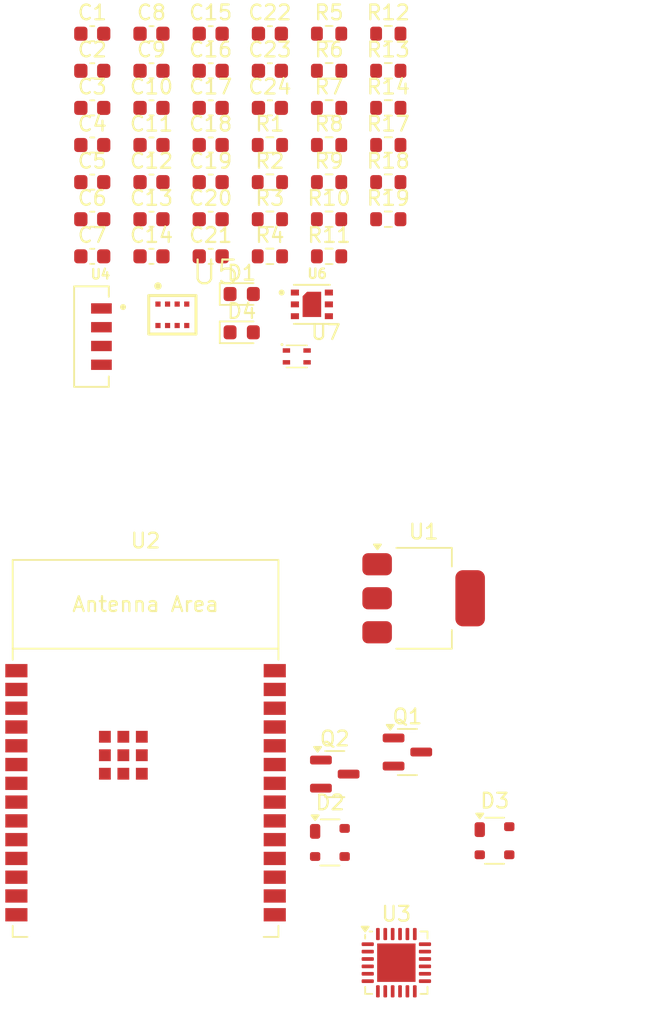
<source format=kicad_pcb>
(kicad_pcb (version 20241229) (generator "pcbnew") (generator_version "9.0")
  (layers (0 "F.Cu" signal) (2 "B.Cu" signal) (13 "F.Paste" user) (15 "B.Paste" user) (5 "F.SilkS" user "F.Silkscreen") (7 "B.SilkS" user "B.Silkscreen") (1 "F.Mask" user) (3 "B.Mask" user) (25 "Edge.Cuts" user))
  (net 0 "")
  (net 1 "GND")
  (net 2 "Net-(P1-D+)")
  (net 3 "+5V")
  (net 4 "Net-(P1-D-)")
  (net 5 "D+")
  (net 6 "D-")
  (net 7 "Net-(Q1-B)")
  (net 8 "EN")
  (net 9 "RTS")
  (net 10 "Net-(Q2-B)")
  (net 11 "DTR")
  (net 12 "IO9")
  (net 13 "+3V3")
  (net 15 "Net-(U2-GPIO15)")
  (net 19 "RX")
  (net 20 "Net-(U2-GPIO8)")
  (net 23 "Net-(U2-GPIO0{slash}ADC1_CH0{slash}XTAL_32K_P)")
  (net 28 "Net-(U2-GPIO21)")
  (net 32 "TX")
  (net 34 "Net-(U2-GPIO22)")
  (net 35 "Net-(U3-VPP)")
  (net 43 "Net-(U3-RXD)")
  (net 46 "Net-(U3-TXD)")
  (net 47 "Net-(U3-~{RST})")
  (net 50 "Net-(U4-VDD)")
  (net 51 "Net-(U6-VDD)")
  (net 52 "Net-(U9-NR)")
  (net 53 "+1V8")
  (net 54 "Net-(D1-A)")
  (net 55 "Net-(D4-A)")
  (net 56 "Sda")
  (net 57 "Scl")
  (net 58 "Net-(U8-INT)")
  (footprint "Resistor_SMD:R_0603_1608Metric" (layer "F.Cu") (at -22.815 2.34)
    (property "Reference" "R1" (at 0 -1.43 0) (layer "F.SilkS"))
    (property "Value" "10k")
    (fp_line (start -0.237258 -0.5225) (end 0.237258 -0.5225) (stroke (width 0.12)) (layer "F.SilkS"))
    (fp_line (start -0.237258 0.5225) (end 0.237258 0.5225) (stroke (width 0.12)) (layer "F.SilkS"))
    (pad "1" smd roundrect (at -0.825 0) (size 0.8 0.95) (layers "F.Cu" "F.Mask" "F.Paste") (net 13 "+3V3"))
    (pad "2" smd roundrect (at 0.825 0) (size 0.8 0.95) (layers "F.Cu" "F.Mask" "F.Paste") (net 23 "Net-(U2-GPIO0{slash}ADC1_CH0{slash}XTAL_32K_P)"))
  )
  (footprint "PCM_Espressif:ESP32-C6-WROOM-1" (layer "F.Cu") (at -31.235 46.1575)
    (property "Reference" "U2" (at 0 -17.05 0) (layer "F.SilkS"))
    (property "Value" "ESP32-C6-WROOM-1")
    (fp_line (start -9 -15.75) (end -9 -9) (stroke (width 0.12)) (layer "F.SilkS"))
    (fp_line (start -9 -15.75) (end 9 -15.75) (stroke (width 0.12)) (layer "F.SilkS"))
    (fp_line (start -9 9) (end -9 9.75) (stroke (width 0.12)) (layer "F.SilkS"))
    (fp_line (start -9 9.75) (end -8 9.75) (stroke (width 0.12)) (layer "F.SilkS"))
    (fp_line (start 9 -15.75) (end 9 -9) (stroke (width 0.12)) (layer "F.SilkS"))
    (fp_line (start 9 -9.75) (end -9 -9.75) (stroke (width 0.12)) (layer "F.SilkS"))
    (fp_line (start 9 9) (end 9 9.75) (stroke (width 0.12)) (layer "F.SilkS"))
    (fp_line (start 9 9.75) (end 8 9.75) (stroke (width 0.12)) (layer "F.SilkS"))
    (fp_text user "Antenna Area" (at 0 -12.75 0) (layer "F.SilkS"))
    (pad "1" smd rect (at -8.75 -8.26) (size 1.5 0.9) (layers "F.Cu" "F.Mask" "F.Paste") (net 1 "GND"))
    (pad "2" smd rect (at -8.75 -6.99) (size 1.5 0.9) (layers "F.Cu" "F.Mask" "F.Paste") (net 13 "+3V3"))
    (pad "3" smd rect (at -8.75 -5.72) (size 1.5 0.9) (layers "F.Cu" "F.Mask" "F.Paste") (net 8 "EN"))
    (pad "4" smd rect (at -8.75 -4.45) (size 1.5 0.9) (layers "F.Cu" "F.Mask" "F.Paste"))
    (pad "5" smd rect (at -8.75 -3.18) (size 1.5 0.9) (layers "F.Cu" "F.Mask" "F.Paste"))
    (pad "6" smd rect (at -8.75 -1.91) (size 1.5 0.9) (layers "F.Cu" "F.Mask" "F.Paste"))
    (pad "7" smd rect (at -8.75 -0.64) (size 1.5 0.9) (layers "F.Cu" "F.Mask" "F.Paste"))
    (pad "8" smd rect (at -8.75 0.63) (size 1.5 0.9) (layers "F.Cu" "F.Mask" "F.Paste") (net 23 "Net-(U2-GPIO0{slash}ADC1_CH0{slash}XTAL_32K_P)"))
    (pad "9" smd rect (at -8.75 1.9) (size 1.5 0.9) (layers "F.Cu" "F.Mask" "F.Paste"))
    (pad "10" smd rect (at -8.75 3.17) (size 1.5 0.9) (layers "F.Cu" "F.Mask" "F.Paste") (net 20 "Net-(U2-GPIO8)"))
    (pad "11" smd rect (at -8.75 4.44) (size 1.5 0.9) (layers "F.Cu" "F.Mask" "F.Paste"))
    (pad "12" smd rect (at -8.75 5.71) (size 1.5 0.9) (layers "F.Cu" "F.Mask" "F.Paste"))
    (pad "13" smd rect (at -8.75 6.98) (size 1.5 0.9) (layers "F.Cu" "F.Mask" "F.Paste") (net 6 "D-"))
    (pad "14" smd rect (at -8.75 8.25) (size 1.5 0.9) (layers "F.Cu" "F.Mask" "F.Paste") (net 5 "D+"))
    (pad "15" smd rect (at 8.75 8.25 180) (size 1.5 0.9) (layers "F.Cu" "F.Mask" "F.Paste") (net 12 "IO9"))
    (pad "16" smd rect (at 8.75 6.98 180) (size 1.5 0.9) (layers "F.Cu" "F.Mask" "F.Paste"))
    (pad "17" smd rect (at 8.75 5.71 180) (size 1.5 0.9) (layers "F.Cu" "F.Mask" "F.Paste"))
    (pad "18" smd rect (at 8.75 4.44 180) (size 1.5 0.9) (layers "F.Cu" "F.Mask" "F.Paste"))
    (pad "19" smd rect (at 8.75 3.17 180) (size 1.5 0.9) (layers "F.Cu" "F.Mask" "F.Paste") (net 28 "Net-(U2-GPIO21)"))
    (pad "20" smd rect (at 8.75 1.9 180) (size 1.5 0.9) (layers "F.Cu" "F.Mask" "F.Paste") (net 34 "Net-(U2-GPIO22)"))
    (pad "21" smd rect (at 8.75 0.63 180) (size 1.5 0.9) (layers "F.Cu" "F.Mask" "F.Paste"))
    (pad "22" smd rect (at 8.75 -0.64 180) (size 1.5 0.9) (layers "F.Cu" "F.Mask" "F.Paste"))
    (pad "23" smd rect (at 8.75 -1.91 180) (size 1.5 0.9) (layers "F.Cu" "F.Mask" "F.Paste") (net 15 "Net-(U2-GPIO15)"))
    (pad "24" smd rect (at 8.75 -3.18 180) (size 1.5 0.9) (layers "F.Cu" "F.Mask" "F.Paste") (net 32 "TX"))
    (pad "25" smd rect (at 8.75 -4.45 180) (size 1.5 0.9) (layers "F.Cu" "F.Mask" "F.Paste") (net 19 "RX"))
    (pad "26" smd rect (at 8.75 -5.72 180) (size 1.5 0.9) (layers "F.Cu" "F.Mask" "F.Paste"))
    (pad "27" smd rect (at 8.75 -6.99 180) (size 1.5 0.9) (layers "F.Cu" "F.Mask" "F.Paste"))
    (pad "28" smd rect (at 8.75 -8.26 180) (size 1.5 0.9) (layers "F.Cu" "F.Mask" "F.Paste") (net 1 "GND"))
    (pad "29" smd rect (at -2.755 -3.79 180) (size 0.8 0.8) (layers "F.Cu" "F.Mask" "F.Paste") (net 1 "GND"))
    (pad "29" smd rect (at -2.755 -2.54 180) (size 0.8 0.8) (layers "F.Cu" "F.Mask" "F.Paste") (net 1 "GND"))
    (pad "29" smd rect (at -2.755 -1.29 180) (size 0.8 0.8) (layers "F.Cu" "F.Mask" "F.Paste") (net 1 "GND"))
    (pad "29" smd rect (at -1.505 -3.79 180) (size 0.8 0.8) (layers "F.Cu" "F.Mask" "F.Paste") (net 1 "GND"))
    (pad "29" smd rect (at -1.505 -2.54 180) (size 0.8 0.8) (layers "F.Cu" "F.Mask" "F.Paste") (net 1 "GND"))
    (pad "29" smd rect (at -1.505 -1.29 180) (size 0.8 0.8) (layers "F.Cu" "F.Mask" "F.Paste") (net 1 "GND"))
    (pad "29" smd rect (at -0.255 -3.79 180) (size 0.8 0.8) (layers "F.Cu" "F.Mask" "F.Paste") (net 1 "GND"))
    (pad "29" smd rect (at -0.255 -2.54 180) (size 0.8 0.8) (layers "F.Cu" "F.Mask" "F.Paste") (net 1 "GND"))
    (pad "29" smd rect (at -0.255 -1.29 180) (size 0.8 0.8) (layers "F.Cu" "F.Mask" "F.Paste") (net 1 "GND"))
  )
  (footprint "Capacitor_SMD:C_0603_1608Metric" (layer "F.Cu") (at -30.835 9.87)
    (property "Reference" "C14" (at 0 -1.43 0) (layer "F.SilkS"))
    (property "Value" "1uF")
    (fp_line (start -0.14058 -0.51) (end 0.14058 -0.51) (stroke (width 0.12)) (layer "F.SilkS"))
    (fp_line (start -0.14058 0.51) (end 0.14058 0.51) (stroke (width 0.12)) (layer "F.SilkS"))
    (pad "1" smd roundrect (at -0.775 0) (size 0.9 0.95) (layers "F.Cu" "F.Mask" "F.Paste") (net 51 "Net-(U6-VDD)"))
    (pad "2" smd roundrect (at 0.775 0) (size 0.9 0.95) (layers "F.Cu" "F.Mask" "F.Paste") (net 1 "GND"))
  )
  (footprint "Resistor_SMD:R_0603_1608Metric" (layer "F.Cu") (at -22.815 9.87)
    (property "Reference" "R4" (at 0 -1.43 0) (layer "F.SilkS"))
    (property "Value" "4.7k")
    (fp_line (start -0.237258 -0.5225) (end 0.237258 -0.5225) (stroke (width 0.12)) (layer "F.SilkS"))
    (fp_line (start -0.237258 0.5225) (end 0.237258 0.5225) (stroke (width 0.12)) (layer "F.SilkS"))
    (pad "1" smd roundrect (at -0.825 0) (size 0.8 0.95) (layers "F.Cu" "F.Mask" "F.Paste") (net 56 "Sda"))
    (pad "2" smd roundrect (at 0.825 0) (size 0.8 0.95) (layers "F.Cu" "F.Mask" "F.Paste") (net 13 "+3V3"))
  )
  (footprint "Resistor_SMD:R_0603_1608Metric" (layer "F.Cu") (at -14.795 -2.68)
    (property "Reference" "R13" (at 0 -1.43 0) (layer "F.SilkS"))
    (property "Value" "4.7k")
    (fp_line (start -0.237258 -0.5225) (end 0.237258 -0.5225) (stroke (width 0.12)) (layer "F.SilkS"))
    (fp_line (start -0.237258 0.5225) (end 0.237258 0.5225) (stroke (width 0.12)) (layer "F.SilkS"))
    (pad "1" smd roundrect (at -0.825 0) (size 0.8 0.95) (layers "F.Cu" "F.Mask" "F.Paste") (net 55 "Net-(D4-A)"))
    (pad "2" smd roundrect (at 0.825 0) (size 0.8 0.95) (layers "F.Cu" "F.Mask" "F.Paste") (net 15 "Net-(U2-GPIO15)"))
  )
  (footprint "Resistor_SMD:R_0603_1608Metric" (layer "F.Cu") (at -14.795 2.34)
    (property "Reference" "R17" (at 0 -1.43 0) (layer "F.SilkS"))
    (property "Value" "0R")
    (fp_line (start -0.237258 -0.5225) (end 0.237258 -0.5225) (stroke (width 0.12)) (layer "F.SilkS"))
    (fp_line (start -0.237258 0.5225) (end 0.237258 0.5225) (stroke (width 0.12)) (layer "F.SilkS"))
    (pad "1" smd roundrect (at -0.825 0) (size 0.8 0.95) (layers "F.Cu" "F.Mask" "F.Paste") (net 34 "Net-(U2-GPIO22)"))
    (pad "2" smd roundrect (at 0.825 0) (size 0.8 0.95) (layers "F.Cu" "F.Mask" "F.Paste") (net 57 "Scl"))
  )
  (footprint "Resistor_SMD:R_0603_1608Metric" (layer "F.Cu") (at -18.805 -2.68)
    (property "Reference" "R6" (at 0 -1.43 0) (layer "F.SilkS"))
    (property "Value" "12k")
    (fp_line (start -0.237258 -0.5225) (end 0.237258 -0.5225) (stroke (width 0.12)) (layer "F.SilkS"))
    (fp_line (start -0.237258 0.5225) (end 0.237258 0.5225) (stroke (width 0.12)) (layer "F.SilkS"))
    (pad "1" smd roundrect (at -0.825 0) (size 0.8 0.95) (layers "F.Cu" "F.Mask" "F.Paste") (net 7 "Net-(Q1-B)"))
    (pad "2" smd roundrect (at 0.825 0) (size 0.8 0.95) (layers "F.Cu" "F.Mask" "F.Paste") (net 11 "DTR"))
  )
  (footprint "Resistor_SMD:R_0603_1608Metric" (layer "F.Cu") (at -22.815 7.36)
    (property "Reference" "R3" (at 0 -1.43 0) (layer "F.SilkS"))
    (property "Value" "4.7R")
    (fp_line (start -0.237258 -0.5225) (end 0.237258 -0.5225) (stroke (width 0.12)) (layer "F.SilkS"))
    (fp_line (start -0.237258 0.5225) (end 0.237258 0.5225) (stroke (width 0.12)) (layer "F.SilkS"))
    (pad "1" smd roundrect (at -0.825 0) (size 0.8 0.95) (layers "F.Cu" "F.Mask" "F.Paste") (net 51 "Net-(U6-VDD)"))
    (pad "2" smd roundrect (at 0.825 0) (size 0.8 0.95) (layers "F.Cu" "F.Mask" "F.Paste") (net 13 "+3V3"))
  )
  (footprint "Capacitor_SMD:C_0603_1608Metric" (layer "F.Cu") (at -34.845 9.87)
    (property "Reference" "C7" (at 0 -1.43 0) (layer "F.SilkS"))
    (property "Value" "100nF")
    (fp_line (start -0.14058 -0.51) (end 0.14058 -0.51) (stroke (width 0.12)) (layer "F.SilkS"))
    (fp_line (start -0.14058 0.51) (end 0.14058 0.51) (stroke (width 0.12)) (layer "F.SilkS"))
    (pad "1" smd roundrect (at -0.775 0) (size 0.9 0.95) (layers "F.Cu" "F.Mask" "F.Paste") (net 13 "+3V3"))
    (pad "2" smd roundrect (at 0.775 0) (size 0.9 0.95) (layers "F.Cu" "F.Mask" "F.Paste") (net 1 "GND"))
  )
  (footprint "Resistor_SMD:R_0603_1608Metric" (layer "F.Cu") (at -14.795 -5.19)
    (property "Reference" "R12" (at 0 -1.43 0) (layer "F.SilkS"))
    (property "Value" "100R")
    (fp_line (start -0.237258 -0.5225) (end 0.237258 -0.5225) (stroke (width 0.12)) (layer "F.SilkS"))
    (fp_line (start -0.237258 0.5225) (end 0.237258 0.5225) (stroke (width 0.12)) (layer "F.SilkS"))
    (pad "1" smd roundrect (at -0.825 0) (size 0.8 0.95) (layers "F.Cu" "F.Mask" "F.Paste") (net 43 "Net-(U3-RXD)"))
    (pad "2" smd roundrect (at 0.825 0) (size 0.8 0.95) (layers "F.Cu" "F.Mask" "F.Paste") (net 19 "RX"))
  )
  (footprint "Capacitor_SMD:C_0603_1608Metric" (layer "F.Cu") (at -26.825 -0.17)
    (property "Reference" "C17" (at 0 -1.43 0) (layer "F.SilkS"))
    (property "Value" "10nF")
    (fp_line (start -0.14058 -0.51) (end 0.14058 -0.51) (stroke (width 0.12)) (layer "F.SilkS"))
    (fp_line (start -0.14058 0.51) (end 0.14058 0.51) (stroke (width 0.12)) (layer "F.SilkS"))
    (pad "1" smd roundrect (at -0.775 0) (size 0.9 0.95) (layers "F.Cu" "F.Mask" "F.Paste") (net 51 "Net-(U6-VDD)"))
    (pad "2" smd roundrect (at 0.775 0) (size 0.9 0.95) (layers "F.Cu" "F.Mask" "F.Paste") (net 1 "GND"))
  )
  (footprint "Capacitor_SMD:C_0603_1608Metric" (layer "F.Cu") (at -26.825 9.87)
    (property "Reference" "C21" (at 0 -1.43 0) (layer "F.SilkS"))
    (property "Value" "0.01uF")
    (fp_line (start -0.14058 -0.51) (end 0.14058 -0.51) (stroke (width 0.12)) (layer "F.SilkS"))
    (fp_line (start -0.14058 0.51) (end 0.14058 0.51) (stroke (width 0.12)) (layer "F.SilkS"))
    (pad "1" smd roundrect (at -0.775 0) (size 0.9 0.95) (layers "F.Cu" "F.Mask" "F.Paste") (net 52 "Net-(U9-NR)"))
    (pad "2" smd roundrect (at 0.775 0) (size 0.9 0.95) (layers "F.Cu" "F.Mask" "F.Paste") (net 1 "GND"))
  )
  (footprint "Capacitor_SMD:C_0603_1608Metric" (layer "F.Cu") (at -30.835 -5.19)
    (property "Reference" "C8" (at 0 -1.43 0) (layer "F.SilkS"))
    (property "Value" "100nF")
    (fp_line (start -0.14058 -0.51) (end 0.14058 -0.51) (stroke (width 0.12)) (layer "F.SilkS"))
    (fp_line (start -0.14058 0.51) (end 0.14058 0.51) (stroke (width 0.12)) (layer "F.SilkS"))
    (pad "1" smd roundrect (at -0.775 0) (size 0.9 0.95) (layers "F.Cu" "F.Mask" "F.Paste") (net 3 "+5V"))
    (pad "2" smd roundrect (at 0.775 0) (size 0.9 0.95) (layers "F.Cu" "F.Mask" "F.Paste") (net 1 "GND"))
  )
  (footprint "Capacitor_SMD:C_0603_1608Metric" (layer "F.Cu") (at -30.835 4.85)
    (property "Reference" "C12" (at 0 -1.43 0) (layer "F.SilkS"))
    (property "Value" "C_Small")
    (fp_line (start -0.14058 -0.51) (end 0.14058 -0.51) (stroke (width 0.12)) (layer "F.SilkS"))
    (fp_line (start -0.14058 0.51) (end 0.14058 0.51) (stroke (width 0.12)) (layer "F.SilkS"))
    (pad "1" smd roundrect (at -0.775 0) (size 0.9 0.95) (layers "F.Cu" "F.Mask" "F.Paste") (net 50 "Net-(U4-VDD)"))
    (pad "2" smd roundrect (at 0.775 0) (size 0.9 0.95) (layers "F.Cu" "F.Mask" "F.Paste") (net 1 "GND"))
  )
  (footprint "Package_DFN_QFN:QFN-24-1EP_4x4mm_P0.5mm_EP2.6x2.6mm" (layer "F.Cu") (at -14.25 57.65)
    (property "Reference" "U3" (at 0 -3.3 0) (layer "F.SilkS"))
    (property "Value" "CP2104")
    (fp_line (start -2.11 -1.635) (end -2.11 -1.87) (stroke (width 0.12)) (layer "F.SilkS"))
    (fp_line (start -2.11 2.11) (end -2.11 1.635) (stroke (width 0.12)) (layer "F.SilkS"))
    (fp_line (start -1.635 -2.11) (end -1.81 -2.11) (stroke (width 0.12)) (layer "F.SilkS"))
    (fp_line (start -1.635 2.11) (end -2.11 2.11) (stroke (width 0.12)) (layer "F.SilkS"))
    (fp_line (start 1.635 -2.11) (end 2.11 -2.11) (stroke (width 0.12)) (layer "F.SilkS"))
    (fp_line (start 1.635 2.11) (end 2.11 2.11) (stroke (width 0.12)) (layer "F.SilkS"))
    (fp_line (start 2.11 -2.11) (end 2.11 -1.635) (stroke (width 0.12)) (layer "F.SilkS"))
    (fp_line (start 2.11 2.11) (end 2.11 1.635) (stroke (width 0.12)) (layer "F.SilkS"))
    (fp_poly (pts (xy -2.11 -2.11) (xy -2.35 -2.44) (xy -1.87 -2.44)) (stroke (width 0.12)) (fill yes) (layer "F.SilkS"))
    (pad "1" smd roundrect (at -1.9375 -1.25) (size 0.825 0.25) (layers "F.Cu" "F.Mask" "F.Paste"))
    (pad "2" smd roundrect (at -1.9375 -0.75) (size 0.825 0.25) (layers "F.Cu" "F.Mask" "F.Paste") (net 1 "GND"))
    (pad "3" smd roundrect (at -1.9375 -0.25) (size 0.825 0.25) (layers "F.Cu" "F.Mask" "F.Paste") (net 2 "Net-(P1-D+)"))
    (pad "4" smd roundrect (at -1.9375 0.25) (size 0.825 0.25) (layers "F.Cu" "F.Mask" "F.Paste") (net 4 "Net-(P1-D-)"))
    (pad "5" smd roundrect (at -1.9375 0.75) (size 0.825 0.25) (layers "F.Cu" "F.Mask" "F.Paste") (net 13 "+3V3"))
    (pad "6" smd roundrect (at -1.9375 1.25) (size 0.825 0.25) (layers "F.Cu" "F.Mask" "F.Paste") (net 13 "+3V3"))
    (pad "7" smd roundrect (at -1.25 1.9375) (size 0.25 0.825) (layers "F.Cu" "F.Mask" "F.Paste") (net 13 "+3V3"))
    (pad "8" smd roundrect (at -0.75 1.9375) (size 0.25 0.825) (layers "F.Cu" "F.Mask" "F.Paste") (net 3 "+5V"))
    (pad "9" smd roundrect (at -0.25 1.9375) (size 0.25 0.825) (layers "F.Cu" "F.Mask" "F.Paste") (net 47 "Net-(U3-~{RST})"))
    (pad "10" smd roundrect (at 0.25 1.9375) (size 0.25 0.825) (layers "F.Cu" "F.Mask" "F.Paste"))
    (pad "11" smd roundrect (at 0.75 1.9375) (size 0.25 0.825) (layers "F.Cu" "F.Mask" "F.Paste"))
    (pad "12" smd roundrect (at 1.25 1.9375) (size 0.25 0.825) (layers "F.Cu" "F.Mask" "F.Paste"))
    (pad "13" smd roundrect (at 1.9375 1.25) (size 0.825 0.25) (layers "F.Cu" "F.Mask" "F.Paste"))
    (pad "14" smd roundrect (at 1.9375 0.75) (size 0.825 0.25) (layers "F.Cu" "F.Mask" "F.Paste"))
    (pad "15" smd roundrect (at 1.9375 0.25) (size 0.825 0.25) (layers "F.Cu" "F.Mask" "F.Paste"))
    (pad "16" smd roundrect (at 1.9375 -0.25) (size 0.825 0.25) (layers "F.Cu" "F.Mask" "F.Paste") (net 35 "Net-(U3-VPP)"))
    (pad "17" smd roundrect (at 1.9375 -0.75) (size 0.825 0.25) (layers "F.Cu" "F.Mask" "F.Paste"))
    (pad "18" smd roundrect (at 1.9375 -1.25) (size 0.825 0.25) (layers "F.Cu" "F.Mask" "F.Paste"))
    (pad "19" smd roundrect (at 1.25 -1.9375) (size 0.25 0.825) (layers "F.Cu" "F.Mask" "F.Paste") (net 9 "RTS"))
    (pad "20" smd roundrect (at 0.75 -1.9375) (size 0.25 0.825) (layers "F.Cu" "F.Mask" "F.Paste") (net 43 "Net-(U3-RXD)"))
    (pad "21" smd roundrect (at 0.25 -1.9375) (size 0.25 0.825) (layers "F.Cu" "F.Mask" "F.Paste") (net 46 "Net-(U3-TXD)"))
    (pad "22" smd roundrect (at -0.25 -1.9375) (size 0.25 0.825) (layers "F.Cu" "F.Mask" "F.Paste"))
    (pad "23" smd roundrect (at -0.75 -1.9375) (size 0.25 0.825) (layers "F.Cu" "F.Mask" "F.Paste") (net 11 "DTR"))
    (pad "24" smd roundrect (at -1.25 -1.9375) (size 0.25 0.825) (layers "F.Cu" "F.Mask" "F.Paste"))
    (pad "25" smd rect (at 0 0) (size 2.6 2.6) (property pad_prop_heatsink) (layers "F.Cu" "F.Mask") (net 1 "GND"))
  )
  (footprint "Capacitor_SMD:C_0603_1608Metric" (layer "F.Cu") (at -34.845 2.34)
    (property "Reference" "C4" (at 0 -1.43 0) (layer "F.SilkS"))
    (property "Value" "10uF")
    (fp_line (start -0.14058 -0.51) (end 0.14058 -0.51) (stroke (width 0.12)) (layer "F.SilkS"))
    (fp_line (start -0.14058 0.51) (end 0.14058 0.51) (stroke (width 0.12)) (layer "F.SilkS"))
    (pad "1" smd roundrect (at -0.775 0) (size 0.9 0.95) (layers "F.Cu" "F.Mask" "F.Paste") (net 3 "+5V"))
    (pad "2" smd roundrect (at 0.775 0) (size 0.9 0.95) (layers "F.Cu" "F.Mask" "F.Paste") (net 1 "GND"))
  )
  (footprint "Resistor_SMD:R_0603_1608Metric" (layer "F.Cu") (at -14.795 -0.17)
    (property "Reference" "R14" (at 0 -1.43 0) (layer "F.SilkS"))
    (property "Value" "10k")
    (fp_line (start -0.237258 -0.5225) (end 0.237258 -0.5225) (stroke (width 0.12)) (layer "F.SilkS"))
    (fp_line (start -0.237258 0.5225) (end 0.237258 0.5225) (stroke (width 0.12)) (layer "F.SilkS"))
    (pad "1" smd roundrect (at -0.825 0) (size 0.8 0.95) (layers "F.Cu" "F.Mask" "F.Paste") (net 58 "Net-(U8-INT)"))
    (pad "2" smd roundrect (at 0.825 0) (size 0.8 0.95) (layers "F.Cu" "F.Mask" "F.Paste") (net 53 "+1V8"))
  )
  (footprint "Capacitor_SMD:C_0603_1608Metric" (layer "F.Cu") (at -22.815 -5.19)
    (property "Reference" "C22" (at 0 -1.43 0) (layer "F.SilkS"))
    (property "Value" "10uF")
    (fp_line (start -0.14058 -0.51) (end 0.14058 -0.51) (stroke (width 0.12)) (layer "F.SilkS"))
    (fp_line (start -0.14058 0.51) (end 0.14058 0.51) (stroke (width 0.12)) (layer "F.SilkS"))
    (pad "1" smd roundrect (at -0.775 0) (size 0.9 0.95) (layers "F.Cu" "F.Mask" "F.Paste") (net 53 "+1V8"))
    (pad "2" smd roundrect (at 0.775 0) (size 0.9 0.95) (layers "F.Cu" "F.Mask" "F.Paste") (net 1 "GND"))
  )
  (footprint "Capacitor_SMD:C_0603_1608Metric" (layer "F.Cu") (at -34.845 -5.19)
    (property "Reference" "C1" (at 0 -1.43 0) (layer "F.SilkS"))
    (property "Value" "10uF")
    (fp_line (start -0.14058 -0.51) (end 0.14058 -0.51) (stroke (width 0.12)) (layer "F.SilkS"))
    (fp_line (start -0.14058 0.51) (end 0.14058 0.51) (stroke (width 0.12)) (layer "F.SilkS"))
    (pad "1" smd roundrect (at -0.775 0) (size 0.9 0.95) (layers "F.Cu" "F.Mask" "F.Paste") (net 13 "+3V3"))
    (pad "2" smd roundrect (at 0.775 0) (size 0.9 0.95) (layers "F.Cu" "F.Mask" "F.Paste") (net 1 "GND"))
  )
  (footprint "Resistor_SMD:R_0603_1608Metric" (layer "F.Cu") (at -14.795 7.36)
    (property "Reference" "R19" (at 0 -1.43 0) (layer "F.SilkS"))
    (property "Value" "12k")
    (fp_line (start -0.237258 -0.5225) (end 0.237258 -0.5225) (stroke (width 0.12)) (layer "F.SilkS"))
    (fp_line (start -0.237258 0.5225) (end 0.237258 0.5225) (stroke (width 0.12)) (layer "F.SilkS"))
    (pad "1" smd roundrect (at -0.825 0) (size 0.8 0.95) (layers "F.Cu" "F.Mask" "F.Paste") (net 9 "RTS"))
    (pad "2" smd roundrect (at 0.825 0) (size 0.8 0.95) (layers "F.Cu" "F.Mask" "F.Paste") (net 10 "Net-(Q2-B)"))
  )
  (footprint "Capacitor_SMD:C_0603_1608Metric" (layer "F.Cu") (at -26.825 7.36)
    (property "Reference" "C20" (at 0 -1.43 0) (layer "F.SilkS"))
    (property "Value" "0.1uF")
    (fp_line (start -0.14058 -0.51) (end 0.14058 -0.51) (stroke (width 0.12)) (layer "F.SilkS"))
    (fp_line (start -0.14058 0.51) (end 0.14058 0.51) (stroke (width 0.12)) (layer "F.SilkS"))
    (pad "1" smd roundrect (at -0.775 0) (size 0.9 0.95) (layers "F.Cu" "F.Mask" "F.Paste") (net 3 "+5V"))
    (pad "2" smd roundrect (at 0.775 0) (size 0.9 0.95) (layers "F.Cu" "F.Mask" "F.Paste") (net 1 "GND"))
  )
  (footprint "Resistor_SMD:R_0603_1608Metric" (layer "F.Cu") (at -22.815 4.85)
    (property "Reference" "R2" (at 0 -1.43 0) (layer "F.SilkS"))
    (property "Value" "10k")
    (fp_line (start -0.237258 -0.5225) (end 0.237258 -0.5225) (stroke (width 0.12)) (layer "F.SilkS"))
    (fp_line (start -0.237258 0.5225) (end 0.237258 0.5225) (stroke (width 0.12)) (layer "F.SilkS"))
    (pad "1" smd roundrect (at -0.825 0) (size 0.8 0.95) (layers "F.Cu" "F.Mask" "F.Paste") (net 13 "+3V3"))
    (pad "2" smd roundrect (at 0.825 0) (size 0.8 0.95) (layers "F.Cu" "F.Mask" "F.Paste") (net 20 "Net-(U2-GPIO8)"))
  )
  (footprint "Biblioteca_Kicad:XDCR_VEML7700-TR" (layer "F.Cu") (at -34.9 15.3)
    (property "Reference" "U4" (at 0.607 -4.2164 0) (layer "F.SilkS") (effects (font (size 0.64 0.64))))
    (property "Value" "VEML7700-TR")
    (fp_line (start -1.175 -3.4) (end -1.175 3.4) (stroke (width 0.127)) (layer "F.SilkS"))
    (fp_line (start -1.175 3.4) (end 1.175 3.4) (stroke (width 0.127)) (layer "F.SilkS"))
    (fp_line (start 1.175 -3.4) (end -1.175 -3.4) (stroke (width 0.127)) (layer "F.SilkS"))
    (fp_line (start 1.175 -3.4) (end 1.175 -2.7) (stroke (width 0.127)) (layer "F.SilkS"))
    (fp_line (start 1.175 3.4) (end 1.175 2.7) (stroke (width 0.127)) (layer "F.SilkS"))
    (fp_circle (center 2.13948 -1.99811) (end 2.23948 -1.99811) (stroke (width 0.2)) (fill no) (layer "F.SilkS"))
    (pad "1" smd rect (at 0.675 -1.905) (size 1.4 0.7) (layers "F.Cu" "F.Mask" "F.Paste") (net 57 "Scl"))
    (pad "2" smd rect (at 0.675 -0.635) (size 1.4 0.7) (layers "F.Cu" "F.Mask" "F.Paste") (net 50 "Net-(U4-VDD)"))
    (pad "3" smd rect (at 0.675 0.635) (size 1.4 0.7) (layers "F.Cu" "F.Mask" "F.Paste") (net 1 "GND"))
    (pad "4" smd rect (at 0.675 1.905) (size 1.4 0.7) (layers "F.Cu" "F.Mask" "F.Paste") (net 56 "Sda"))
  )
  (footprint "Capacitor_SMD:C_0603_1608Metric" (layer "F.Cu") (at -34.845 -0.17)
    (property "Reference" "C3" (at 0 -1.43 0) (layer "F.SilkS"))
    (property "Value" "1uF")
    (fp_line (start -0.14058 -0.51) (end 0.14058 -0.51) (stroke (width 0.12)) (layer "F.SilkS"))
    (fp_line (start -0.14058 0.51) (end 0.14058 0.51) (stroke (width 0.12)) (layer "F.SilkS"))
    (pad "1" smd roundrect (at -0.775 0) (size 0.9 0.95) (layers "F.Cu" "F.Mask" "F.Paste") (net 8 "EN"))
    (pad "2" smd roundrect (at 0.775 0) (size 0.9 0.95) (layers "F.Cu" "F.Mask" "F.Paste") (net 1 "GND"))
  )
  (footprint "Capacitor_SMD:C_0603_1608Metric" (layer "F.Cu") (at -30.835 -2.68)
    (property "Reference" "C9" (at 0 -1.43 0) (layer "F.SilkS"))
    (property "Value" "10uF")
    (fp_line (start -0.14058 -0.51) (end 0.14058 -0.51) (stroke (width 0.12)) (layer "F.SilkS"))
    (fp_line (start -0.14058 0.51) (end 0.14058 0.51) (stroke (width 0.12)) (layer "F.SilkS"))
    (pad "1" smd roundrect (at -0.775 0) (size 0.9 0.95) (layers "F.Cu" "F.Mask" "F.Paste") (net 3 "+5V"))
    (pad "2" smd roundrect (at 0.775 0) (size 0.9 0.95) (layers "F.Cu" "F.Mask" "F.Paste") (net 1 "GND"))
  )
  (footprint "Resistor_SMD:R_0603_1608Metric" (layer "F.Cu") (at -18.805 4.85)
    (property "Reference" "R9" (at 0 -1.43 0) (layer "F.SilkS"))
    (property "Value" "10R")
    (fp_line (start -0.237258 -0.5225) (end 0.237258 -0.5225) (stroke (width 0.12)) (layer "F.SilkS"))
    (fp_line (start -0.237258 0.5225) (end 0.237258 0.5225) (stroke (width 0.12)) (layer "F.SilkS"))
    (pad "1" smd roundrect (at -0.825 0) (size 0.8 0.95) (layers "F.Cu" "F.Mask" "F.Paste") (net 50 "Net-(U4-VDD)"))
    (pad "2" smd roundrect (at 0.825 0) (size 0.8 0.95) (layers "F.Cu" "F.Mask" "F.Paste") (net 13 "+3V3"))
  )
  (footprint "Resistor_SMD:R_0603_1608Metric" (layer "F.Cu") (at -18.805 -5.19)
    (property "Reference" "R5" (at 0 -1.43 0) (layer "F.SilkS"))
    (property "Value" "4.7k")
    (fp_line (start -0.237258 -0.5225) (end 0.237258 -0.5225) (stroke (width 0.12)) (layer "F.SilkS"))
    (fp_line (start -0.237258 0.5225) (end 0.237258 0.5225) (stroke (width 0.12)) (layer "F.SilkS"))
    (pad "1" smd roundrect (at -0.825 0) (size 0.8 0.95) (layers "F.Cu" "F.Mask" "F.Paste") (net 57 "Scl"))
    (pad "2" smd roundrect (at 0.825 0) (size 0.8 0.95) (layers "F.Cu" "F.Mask" "F.Paste") (net 13 "+3V3"))
  )
  (footprint "Capacitor_SMD:C_0603_1608Metric" (layer "F.Cu") (at -22.815 -0.17)
    (property "Reference" "C24" (at 0 -1.43 0) (layer "F.SilkS"))
    (property "Value" "4.7uF")
    (fp_line (start -0.14058 -0.51) (end 0.14058 -0.51) (stroke (width 0.12)) (layer "F.SilkS"))
    (fp_line (start -0.14058 0.51) (end 0.14058 0.51) (stroke (width 0.12)) (layer "F.SilkS"))
    (pad "1" smd roundrect (at -0.775 0) (size 0.9 0.95) (layers "F.Cu" "F.Mask" "F.Paste") (net 53 "+1V8"))
    (pad "2" smd roundrect (at 0.775 0) (size 0.9 0.95) (layers "F.Cu" "F.Mask" "F.Paste") (net 1 "GND"))
  )
  (footprint "Capacitor_SMD:C_0603_1608Metric" (layer "F.Cu") (at -26.825 -2.68)
    (property "Reference" "C16" (at 0 -1.43 0) (layer "F.SilkS"))
    (property "Value" "100nF")
    (fp_line (start -0.14058 -0.51) (end 0.14058 -0.51) (stroke (width 0.12)) (layer "F.SilkS"))
    (fp_line (start -0.14058 0.51) (end 0.14058 0.51) (stroke (width 0.12)) (layer "F.SilkS"))
    (pad "1" smd roundrect (at -0.775 0) (size 0.9 0.95) (layers "F.Cu" "F.Mask" "F.Paste") (net 13 "+3V3"))
    (pad "2" smd roundrect (at 0.775 0) (size 0.9 0.95) (layers "F.Cu" "F.Mask" "F.Paste") (net 1 "GND"))
  )
  (footprint "Biblioteca_Kicad:LGA8S145X65P2X4_200X250X110-V" (layer "F.Cu") (at -29.42 13.825)
    (property "Reference" "U5" (at 2.93 -2.87001 0) (layer "F.SilkS") (effects (font (size 1.6 1.6))))
    (property "Value" "DPS368")
    (fp_line (start -1.6 -1.3) (end 1.6 -1.3) (stroke (width 0.2)) (layer "F.SilkS"))
    (fp_line (start -1.6 1.3) (end -1.6 -1.3) (stroke (width 0.2)) (layer "F.SilkS"))
    (fp_line (start -1.6 1.3) (end 1.6 1.3) (stroke (width 0.2)) (layer "F.SilkS"))
    (fp_line (start 1.6 1.3) (end 1.6 -1.3) (stroke (width 0.2)) (layer "F.SilkS"))
    (fp_circle (center -0.975 -1.95) (end -0.85 -1.95) (stroke (width 0.25)) (fill no) (layer "F.SilkS"))
    (pad "1" smd rect (at -0.975 -0.725) (size 0.35 0.35) (layers "F.Cu" "F.Mask") (net 1 "GND"))
    (pad "2" smd rect (at -0.325 -0.725) (size 0.35 0.35) (layers "F.Cu" "F.Mask"))
    (pad "3" smd rect (at 0.325 -0.725) (size 0.35 0.35) (layers "F.Cu" "F.Mask") (net 56 "Sda"))
    (pad "4" smd rect (at 0.975 -0.725) (size 0.35 0.35) (layers "F.Cu" "F.Mask") (net 57 "Scl"))
    (pad "5" smd rect (at 0.975 0.725) (size 0.35 0.35) (layers "F.Cu" "F.Mask"))
    (pad "6" smd rect (at 0.325 0.725) (size 0.35 0.35) (layers "F.Cu" "F.Mask") (net 13 "+3V3"))
    (pad "7" smd rect (at -0.325 0.725) (size 0.35 0.35) (layers "F.Cu" "F.Mask") (net 1 "GND"))
    (pad "8" smd rect (at -0.975 0.725) (size 0.35 0.35) (layers "F.Cu" "F.Mask") (net 13 "+3V3"))
  )
  (footprint "Capacitor_SMD:C_0603_1608Metric" (layer "F.Cu") (at -26.825 2.34)
    (property "Reference" "C18" (at 0 -1.43 0) (layer "F.SilkS"))
    (property "Value" "100nF")
    (fp_line (start -0.14058 -0.51) (end 0.14058 -0.51) (stroke (width 0.12)) (layer "F.SilkS"))
    (fp_line (start -0.14058 0.51) (end 0.14058 0.51) (stroke (width 0.12)) (layer "F.SilkS"))
    (pad "1" smd roundrect (at -0.775 0) (size 0.9 0.95) (layers "F.Cu" "F.Mask" "F.Paste") (net 13 "+3V3"))
    (pad "2" smd roundrect (at 0.775 0) (size 0.9 0.95) (layers "F.Cu" "F.Mask" "F.Paste") (net 1 "GND"))
  )
  (footprint "Capacitor_SMD:C_0603_1608Metric" (layer "F.Cu") (at -30.835 2.34)
    (property "Reference" "C11" (at 0 -1.43 0) (layer "F.SilkS"))
    (property "Value" "100nF")
    (fp_line (start -0.14058 -0.51) (end 0.14058 -0.51) (stroke (width 0.12)) (layer "F.SilkS"))
    (fp_line (start -0.14058 0.51) (end 0.14058 0.51) (stroke (width 0.12)) (layer "F.SilkS"))
    (pad "1" smd roundrect (at -0.775 0) (size 0.9 0.95) (layers "F.Cu" "F.Mask" "F.Paste") (net 13 "+3V3"))
    (pad "2" smd roundrect (at 0.775 0) (size 0.9 0.95) (layers "F.Cu" "F.Mask" "F.Paste") (net 1 "GND"))
  )
  (footprint "Capacitor_SMD:C_0603_1608Metric" (layer "F.Cu") (at -26.825 4.85)
    (property "Reference" "C19" (at 0 -1.43 0) (layer "F.SilkS"))
    (property "Value" "100nF")
    (fp_line (start -0.14058 -0.51) (end 0.14058 -0.51) (stroke (width 0.12)) (layer "F.SilkS"))
    (fp_line (start -0.14058 0.51) (end 0.14058 0.51) (stroke (width 0.12)) (layer "F.SilkS"))
    (pad "1" smd roundrect (at -0.775 0) (size 0.9 0.95) (layers "F.Cu" "F.Mask" "F.Paste") (net 13 "+3V3"))
    (pad "2" smd roundrect (at 0.775 0) (size 0.9 0.95) (layers "F.Cu" "F.Mask" "F.Paste") (net 1 "GND"))
  )
  (footprint "LED_SMD:LED_0603_1608Metric" (layer "F.Cu") (at -24.725 12.42)
    (property "Reference" "D1" (at 0 -1.43 0) (layer "F.SilkS"))
    (property "Value" "LED")
    (fp_line (start -1.485 -0.735) (end -1.485 0.735) (stroke (width 0.12)) (layer "F.SilkS"))
    (fp_line (start -1.485 0.735) (end 0.8 0.735) (stroke (width 0.12)) (layer "F.SilkS"))
    (fp_line (start 0.8 -0.735) (end -1.485 -0.735) (stroke (width 0.12)) (layer "F.SilkS"))
    (pad "1" smd roundrect (at -0.7875 0) (size 0.875 0.95) (layers "F.Cu" "F.Mask" "F.Paste") (net 1 "GND"))
    (pad "2" smd roundrect (at 0.7875 0) (size 0.875 0.95) (layers "F.Cu" "F.Mask" "F.Paste") (net 54 "Net-(D1-A)"))
  )
  (footprint "Resistor_SMD:R_0603_1608Metric" (layer "F.Cu") (at -18.805 9.87)
    (property "Reference" "R11" (at 0 -1.43 0) (layer "F.SilkS"))
    (property "Value" "100R")
    (fp_line (start -0.237258 -0.5225) (end 0.237258 -0.5225) (stroke (width 0.12)) (layer "F.SilkS"))
    (fp_line (start -0.237258 0.5225) (end 0.237258 0.5225) (stroke (width 0.12)) (layer "F.SilkS"))
    (pad "1" smd roundrect (at -0.825 0) (size 0.8 0.95) (layers "F.Cu" "F.Mask" "F.Paste") (net 46 "Net-(U3-TXD)"))
    (pad "2" smd roundrect (at 0.825 0) (size 0.8 0.95) (layers "F.Cu" "F.Mask" "F.Paste") (net 32 "TX"))
  )
  (footprint "Capacitor_SMD:C_0603_1608Metric" (layer "F.Cu") (at -22.815 -2.68)
    (property "Reference" "C23" (at 0 -1.43 0) (layer "F.SilkS"))
    (property "Value" "100nF")
    (fp_line (start -0.14058 -0.51) (end 0.14058 -0.51) (stroke (width 0.12)) (layer "F.SilkS"))
    (fp_line (start -0.14058 0.51) (end 0.14058 0.51) (stroke (width 0.12)) (layer "F.SilkS"))
    (pad "1" smd roundrect (at -0.775 0) (size 0.9 0.95) (layers "F.Cu" "F.Mask" "F.Paste") (net 53 "+1V8"))
    (pad "2" smd roundrect (at 0.775 0) (size 0.9 0.95) (layers "F.Cu" "F.Mask" "F.Paste") (net 1 "GND"))
  )
  (footprint "Package_TO_SOT_SMD:SOT-143" (layer "F.Cu") (at -18.75 49.5175)
    (property "Reference" "D2" (at 0.02 -2.7 0) (layer "F.SilkS"))
    (property "Value" "SP0503BAHT")
    (fp_line (start -0.65 1.56) (end 0.65 1.56) (stroke (width 0.12)) (layer "F.SilkS"))
    (fp_line (start 0.65 -1.56) (end -0.62 -1.56) (stroke (width 0.12)) (layer "F.SilkS"))
    (fp_poly (pts (xy -1 -1.51) (xy -1.24 -1.84) (xy -0.76 -1.84) (xy -1 -1.51)) (stroke (width 0.12)) (fill yes) (layer "F.SilkS"))
    (pad "1" smd roundrect (at -1 -0.75) (size 0.7 1) (layers "F.Cu" "F.Mask" "F.Paste") (net 1 "GND"))
    (pad "2" smd roundrect (at -1 0.95) (size 0.7 0.6) (layers "F.Cu" "F.Mask" "F.Paste") (net 2 "Net-(P1-D+)"))
    (pad "3" smd roundrect (at 1 0.95) (size 0.7 0.6) (layers "F.Cu" "F.Mask" "F.Paste") (net 4 "Net-(P1-D-)"))
    (pad "4" smd roundrect (at 1 -0.95) (size 0.7 0.6) (layers "F.Cu" "F.Mask" "F.Paste") (net 3 "+5V"))
  )
  (footprint "Capacitor_SMD:C_0603_1608Metric" (layer "F.Cu") (at -34.845 4.85)
    (property "Reference" "C5" (at 0 -1.43 0) (layer "F.SilkS"))
    (property "Value" "10uF")
    (fp_line (start -0.14058 -0.51) (end 0.14058 -0.51) (stroke (width 0.12)) (layer "F.SilkS"))
    (fp_line (start -0.14058 0.51) (end 0.14058 0.51) (stroke (width 0.12)) (layer "F.SilkS"))
    (pad "1" smd roundrect (at -0.775 0) (size 0.9 0.95) (layers "F.Cu" "F.Mask" "F.Paste") (net 13 "+3V3"))
    (pad "2" smd roundrect (at 0.775 0) (size 0.9 0.95) (layers "F.Cu" "F.Mask" "F.Paste") (net 1 "GND"))
  )
  (footprint "Resistor_SMD:R_0603_1608Metric" (layer "F.Cu") (at -14.795 4.85)
    (property "Reference" "R18" (at 0 -1.43 0) (layer "F.SilkS"))
    (property "Value" "0R")
    (fp_line (start -0.237258 -0.5225) (end 0.237258 -0.5225) (stroke (width 0.12)) (layer "F.SilkS"))
    (fp_line (start -0.237258 0.5225) (end 0.237258 0.5225) (stroke (width 0.12)) (layer "F.SilkS"))
    (pad "1" smd roundrect (at -0.825 0) (size 0.8 0.95) (layers "F.Cu" "F.Mask" "F.Paste") (net 28 "Net-(U2-GPIO21)"))
    (pad "2" smd roundrect (at 0.825 0) (size 0.8 0.95) (layers "F.Cu" "F.Mask" "F.Paste") (net 56 "Sda"))
  )
  (footprint "LED_SMD:LED_0603_1608Metric" (layer "F.Cu") (at -24.725 15.01)
    (property "Reference" "D4" (at 0 -1.43 0) (layer "F.SilkS"))
    (property "Value" "LED")
    (fp_line (start -1.485 -0.735) (end -1.485 0.735) (stroke (width 0.12)) (layer "F.SilkS"))
    (fp_line (start -1.485 0.735) (end 0.8 0.735) (stroke (width 0.12)) (layer "F.SilkS"))
    (fp_line (start 0.8 -0.735) (end -1.485 -0.735) (stroke (width 0.12)) (layer "F.SilkS"))
    (pad "1" smd roundrect (at -0.7875 0) (size 0.875 0.95) (layers "F.Cu" "F.Mask" "F.Paste") (net 1 "GND"))
    (pad "2" smd roundrect (at 0.7875 0) (size 0.875 0.95) (layers "F.Cu" "F.Mask" "F.Paste") (net 55 "Net-(D4-A)"))
  )
  (footprint "Capacitor_SMD:C_0603_1608Metric" (layer "F.Cu") (at -34.845 -2.68)
    (property "Reference" "C2" (at 0 -1.43 0) (layer "F.SilkS"))
    (property "Value" "100nF")
    (fp_line (start -0.14058 -0.51) (end 0.14058 -0.51) (stroke (width 0.12)) (layer "F.SilkS"))
    (fp_line (start -0.14058 0.51) (end 0.14058 0.51) (stroke (width 0.12)) (layer "F.SilkS"))
    (pad "1" smd roundrect (at -0.775 0) (size 0.9 0.95) (layers "F.Cu" "F.Mask" "F.Paste") (net 13 "+3V3"))
    (pad "2" smd roundrect (at 0.775 0) (size 0.9 0.95) (layers "F.Cu" "F.Mask" "F.Paste") (net 1 "GND"))
  )
  (footprint "Biblioteca_Kicad:SHT4X" (layer "F.Cu") (at -20.995 16.64)
    (property "Reference" "U7" (at 1.975 -1.635 0) (layer "F.SilkS"))
    (property "Value" "SHT40-AD1B-R2")
    (fp_line (start -0.7 -0.75) (end 0.7 -0.75) (stroke (width 0.1)) (layer "F.SilkS"))
    (fp_line (start -0.7 0.75) (end 0.7 0.75) (stroke (width 0.1)) (layer "F.SilkS"))
    (fp_circle (center -1 -0.8) (end -0.95 -0.8) (stroke (width 0.1)) (fill no) (layer "F.SilkS"))
    (pad "1" smd rect (at -0.7 -0.4) (size 0.5 0.3) (layers "F.Cu" "F.Mask" "F.Paste") (net 56 "Sda"))
    (pad "2" smd rect (at -0.7 0.4) (size 0.5 0.3) (layers "F.Cu" "F.Mask" "F.Paste") (net 57 "Scl"))
    (pad "3" smd rect (at 0.7 0.4) (size 0.5 0.3) (layers "F.Cu" "F.Mask" "F.Paste") (net 13 "+3V3"))
    (pad "4" smd rect (at 0.7 -0.4) (size 0.5 0.3) (layers "F.Cu" "F.Mask" "F.Paste") (net 1 "GND"))
  )
  (footprint "Package_TO_SOT_SMD:SOT-23" (layer "F.Cu") (at -13.5 43.4)
    (property "Reference" "Q1" (at 0 -2.4 0) (layer "F.SilkS"))
    (property "Value" "SS8050")
    (fp_line (start 0 -1.56) (end -0.65 -1.56) (stroke (width 0.12)) (layer "F.SilkS"))
    (fp_line (start 0 -1.56) (end 0.65 -1.56) (stroke (width 0.12)) (layer "F.SilkS"))
    (fp_line (start 0 1.56) (end -0.65 1.56) (stroke (width 0.12)) (layer "F.SilkS"))
    (fp_line (start 0 1.56) (end 0.65 1.56) (stroke (width 0.12)) (layer "F.SilkS"))
    (fp_poly (pts (xy -1.1625 -1.51) (xy -1.4025 -1.84) (xy -0.9225 -1.84)) (stroke (width 0.12)) (fill yes) (layer "F.SilkS"))
    (pad "1" smd roundrect (at -0.9375 -0.95) (size 1.475 0.6) (layers "F.Cu" "F.Mask" "F.Paste") (net 7 "Net-(Q1-B)"))
    (pad "2" smd roundrect (at -0.9375 0.95) (size 1.475 0.6) (layers "F.Cu" "F.Mask" "F.Paste") (net 9 "RTS"))
    (pad "3" smd roundrect (at 0.9375 0) (size 1.475 0.6) (layers "F.Cu" "F.Mask" "F.Paste") (net 8 "EN"))
  )
  (footprint "Capacitor_SMD:C_0603_1608Metric" (layer "F.Cu") (at -26.825 -5.19)
    (property "Reference" "C15" (at 0 -1.43 0) (layer "F.SilkS"))
    (property "Value" "1uF")
    (fp_line (start -0.14058 -0.51) (end 0.14058 -0.51) (stroke (width 0.12)) (layer "F.SilkS"))
    (fp_line (start -0.14058 0.51) (end 0.14058 0.51) (stroke (width 0.12)) (layer "F.SilkS"))
    (pad "1" smd roundrect (at -0.775 0) (size 0.9 0.95) (layers "F.Cu" "F.Mask" "F.Paste") (net 13 "+3V3"))
    (pad "2" smd roundrect (at 0.775 0) (size 0.9 0.95) (layers "F.Cu" "F.Mask" "F.Paste") (net 1 "GND"))
  )
  (footprint "Biblioteca_Kicad:XDCR_SGP41-D-R4" (layer "F.Cu") (at -19.97 13.12)
    (property "Reference" "U6" (at 0.357 -2.0764 0) (layer "F.SilkS") (effects (font (size 0.64 0.64))))
    (property "Value" "SGP41-D-R4")
    (fp_line (start -1.22 -1.32) (end 1.22 -1.32) (stroke (width 0.127)) (layer "F.SilkS"))
    (fp_line (start 1.22 1.32) (end -1.22 1.32) (stroke (width 0.127)) (layer "F.SilkS"))
    (fp_circle (center -2.05 -0.8) (end -1.95 -0.8) (stroke (width 0.2)) (fill no) (layer "F.SilkS"))
    (pad "1" smd rect (at -1.15 -0.8) (size 0.55 0.4) (layers "F.Cu" "F.Mask" "F.Paste") (net 51 "Net-(U6-VDD)"))
    (pad "2" smd rect (at -1.15 0) (size 0.55 0.4) (layers "F.Cu" "F.Mask" "F.Paste") (net 1 "GND"))
    (pad "3" smd rect (at -1.15 0.8) (size 0.55 0.4) (layers "F.Cu" "F.Mask" "F.Paste") (net 56 "Sda"))
    (pad "4" smd rect (at 1.15 0.8) (size 0.55 0.4) (layers "F.Cu" "F.Mask" "F.Paste") (net 1 "GND"))
    (pad "5" smd rect (at 1.15 0) (size 0.55 0.4) (layers "F.Cu" "F.Mask" "F.Paste") (net 13 "+3V3"))
    (pad "6" smd rect (at 1.15 -0.8) (size 0.55 0.4) (layers "F.Cu" "F.Mask" "F.Paste") (net 57 "Scl"))
    (pad "7" smd custom (at 0 0) (size 0.5 0.5) (layers "F.Cu") (net 1 "GND") (options (clearance outline) (anchor rect)) (primitives (gr_poly (pts (xy -0.325 -0.85) (xy 0.625 -0.85) (xy 0.625 0.85) (xy -0.625 0.85) (xy -0.625 -0.55)) (width 0.01) (fill yes))))
  )
  (footprint "Capacitor_SMD:C_0603_1608Metric" (layer "F.Cu") (at -30.835 -0.17)
    (property "Reference" "C10" (at 0 -1.43 0) (layer "F.SilkS"))
    (property "Value" "4.7k")
    (fp_line (start -0.14058 -0.51) (end 0.14058 -0.51) (stroke (width 0.12)) (layer "F.SilkS"))
    (fp_line (start -0.14058 0.51) (end 0.14058 0.51) (stroke (width 0.12)) (layer "F.SilkS"))
    (pad "1" smd roundrect (at -0.775 0) (size 0.9 0.95) (layers "F.Cu" "F.Mask" "F.Paste") (net 35 "Net-(U3-VPP)"))
    (pad "2" smd roundrect (at 0.775 0) (size 0.9 0.95) (layers "F.Cu" "F.Mask" "F.Paste") (net 1 "GND"))
  )
  (footprint "Resistor_SMD:R_0603_1608Metric" (layer "F.Cu") (at -18.805 7.36)
    (property "Reference" "R10" (at 0 -1.43 0) (layer "F.SilkS"))
    (property "Value" "1K")
    (fp_line (start -0.237258 -0.5225) (end 0.237258 -0.5225) (stroke (width 0.12)) (layer "F.SilkS"))
    (fp_line (start -0.237258 0.5225) (end 0.237258 0.5225) (stroke (width 0.12)) (layer "F.SilkS"))
    (pad "1" smd roundrect (at -0.825 0) (size 0.8 0.95) (layers "F.Cu" "F.Mask" "F.Paste") (net 13 "+3V3"))
    (pad "2" smd roundrect (at 0.825 0) (size 0.8 0.95) (layers "F.Cu" "F.Mask" "F.Paste") (net 54 "Net-(D1-A)"))
  )
  (footprint "Capacitor_SMD:C_0603_1608Metric" (layer "F.Cu") (at -34.845 7.36)
    (property "Reference" "C6" (at 0 -1.43 0) (layer "F.SilkS"))
    (property "Value" "10uF")
    (fp_line (start -0.14058 -0.51) (end 0.14058 -0.51) (stroke (width 0.12)) (layer "F.SilkS"))
    (fp_line (start -0.14058 0.51) (end 0.14058 0.51) (stroke (width 0.12)) (layer "F.SilkS"))
    (pad "1" smd roundrect (at -0.775 0) (size 0.9 0.95) (layers "F.Cu" "F.Mask" "F.Paste") (net 13 "+3V3"))
    (pad "2" smd roundrect (at 0.775 0) (size 0.9 0.95) (layers "F.Cu" "F.Mask" "F.Paste") (net 1 "GND"))
  )
  (footprint "Capacitor_SMD:C_0603_1608Metric" (layer "F.Cu") (at -30.835 7.36)
    (property "Reference" "C13" (at 0 -1.43 0) (layer "F.SilkS"))
    (property "Value" "C_Small")
    (fp_line (start -0.14058 -0.51) (end 0.14058 -0.51) (stroke (width 0.12)) (layer "F.SilkS"))
    (fp_line (start -0.14058 0.51) (end 0.14058 0.51) (stroke (width 0.12)) (layer "F.SilkS"))
    (pad "1" smd roundrect (at -0.775 0) (size 0.9 0.95) (layers "F.Cu" "F.Mask" "F.Paste") (net 50 "Net-(U4-VDD)"))
    (pad "2" smd roundrect (at 0.775 0) (size 0.9 0.95) (layers "F.Cu" "F.Mask" "F.Paste") (net 1 "GND"))
  )
  (footprint "Resistor_SMD:R_0603_1608Metric" (layer "F.Cu") (at -18.805 2.34)
    (property "Reference" "R8" (at 0 -1.43 0) (layer "F.SilkS"))
    (property "Value" "10k")
    (fp_line (start -0.237258 -0.5225) (end 0.237258 -0.5225) (stroke (width 0.12)) (layer "F.SilkS"))
    (fp_line (start -0.237258 0.5225) (end 0.237258 0.5225) (stroke (width 0.12)) (layer "F.SilkS"))
    (pad "1" smd roundrect (at -0.825 0) (size 0.8 0.95) (layers "F.Cu" "F.Mask" "F.Paste") (net 13 "+3V3"))
    (pad "2" smd roundrect (at 0.825 0) (size 0.8 0.95) (layers "F.Cu" "F.Mask" "F.Paste") (net 8 "EN"))
  )
  (footprint "Package_TO_SOT_SMD:SOT-23" (layer "F.Cu") (at -18.42 44.8925)
    (property "Reference" "Q2" (at 0 -2.4 0) (layer "F.SilkS"))
    (property "Value" "SS8050")
    (fp_line (start 0 -1.56) (end -0.65 -1.56) (stroke (width 0.12)) (layer "F.SilkS"))
    (fp_line (start 0 -1.56) (end 0.65 -1.56) (stroke (width 0.12)) (layer "F.SilkS"))
    (fp_line (start 0 1.56) (end -0.65 1.56) (stroke (width 0.12)) (layer "F.SilkS"))
    (fp_line (start 0 1.56) (end 0.65 1.56) (stroke (width 0.12)) (layer "F.SilkS"))
    (fp_poly (pts (xy -1.1625 -1.51) (xy -1.4025 -1.84) (xy -0.9225 -1.84)) (stroke (width 0.12)) (fill yes) (layer "F.SilkS"))
    (pad "1" smd roundrect (at -0.9375 -0.95) (size 1.475 0.6) (layers "F.Cu" "F.Mask" "F.Paste") (net 10 "Net-(Q2-B)"))
    (pad "2" smd roundrect (at -0.9375 0.95) (size 1.475 0.6) (layers "F.Cu" "F.Mask" "F.Paste") (net 11 "DTR"))
    (pad "3" smd roundrect (at 0.9375 0) (size 1.475 0.6) (layers "F.Cu" "F.Mask" "F.Paste") (net 12 "IO9"))
  )
  (footprint "Package_TO_SOT_SMD:SOT-143" (layer "F.Cu") (at -7.6 49.4)
    (property "Reference" "D3" (at 0.02 -2.7 0) (layer "F.SilkS"))
    (property "Value" "SP0503BAHT")
    (fp_line (start -0.65 1.56) (end 0.65 1.56) (stroke (width 0.12)) (layer "F.SilkS"))
    (fp_line (start 0.65 -1.56) (end -0.62 -1.56) (stroke (width 0.12)) (layer "F.SilkS"))
    (fp_poly (pts (xy -1 -1.51) (xy -1.24 -1.84) (xy -0.76 -1.84) (xy -1 -1.51)) (stroke (width 0.12)) (fill yes) (layer "F.SilkS"))
    (pad "1" smd roundrect (at -1 -0.75) (size 0.7 1) (layers "F.Cu" "F.Mask" "F.Paste") (net 1 "GND"))
    (pad "2" smd roundrect (at -1 0.95) (size 0.7 0.6) (layers "F.Cu" "F.Mask" "F.Paste") (net 5 "D+"))
    (pad "3" smd roundrect (at 1 0.95) (size 0.7 0.6) (layers "F.Cu" "F.Mask" "F.Paste") (net 6 "D-"))
    (pad "4" smd roundrect (at 1 -0.95) (size 0.7 0.6) (layers "F.Cu" "F.Mask" "F.Paste") (net 3 "+5V"))
  )
  (footprint "Resistor_SMD:R_0603_1608Metric" (layer "F.Cu") (at -18.805 -0.17)
    (property "Reference" "R7" (at 0 -1.43 0) (layer "F.SilkS"))
    (property "Value" "4.7k")
    (fp_line (start -0.237258 -0.5225) (end 0.237258 -0.5225) (stroke (width 0.12)) (layer "F.SilkS"))
    (fp_line (start -0.237258 0.5225) (end 0.237258 0.5225) (stroke (width 0.12)) (layer "F.SilkS"))
    (pad "1" smd roundrect (at -0.825 0) (size 0.8 0.95) (layers "F.Cu" "F.Mask" "F.Paste") (net 47 "Net-(U3-~{RST})"))
    (pad "2" smd roundrect (at 0.825 0) (size 0.8 0.95) (layers "F.Cu" "F.Mask" "F.Paste") (net 13 "+3V3"))
  )
  (footprint "Package_TO_SOT_SMD:SOT-223-3_TabPin2" (layer "F.Cu") (at -12.4 33)
    (property "Reference" "U1" (at 0 -4.5 0) (layer "F.SilkS"))
    (property "Value" "LD1117S33TR_SOT223")
    (fp_line (start -1.85 -3.41) (end 1.91 -3.41) (stroke (width 0.12)) (layer "F.SilkS"))
    (fp_line (start -1.85 3.41) (end 1.91 3.41) (stroke (width 0.12)) (layer "F.SilkS"))
    (fp_line (start 1.91 -3.41) (end 1.91 -2.15) (stroke (width 0.12)) (layer "F.SilkS"))
    (fp_line (start 1.91 3.41) (end 1.91 2.15) (stroke (width 0.12)) (layer "F.SilkS"))
    (fp_poly (pts (xy -3.13 -3.31) (xy -3.37 -3.64) (xy -2.89 -3.64) (xy -3.13 -3.31)) (stroke (width 0.12)) (fill yes) (layer "F.SilkS"))
    (pad "1" smd roundrect (at -3.15 -2.3) (size 2 1.5) (layers "F.Cu" "F.Mask" "F.Paste") (net 1 "GND"))
    (pad "2" smd roundrect (at -3.15 0) (size 2 1.5) (layers "F.Cu" "F.Mask" "F.Paste") (net 13 "+3V3"))
    (pad "2" smd roundrect (at 3.15 0) (size 2 3.8) (layers "F.Cu" "F.Mask" "F.Paste") (net 13 "+3V3"))
    (pad "3" smd roundrect (at -3.15 2.3) (size 2 1.5) (layers "F.Cu" "F.Mask" "F.Paste") (net 3 "+5V"))
  )
)
</source>
